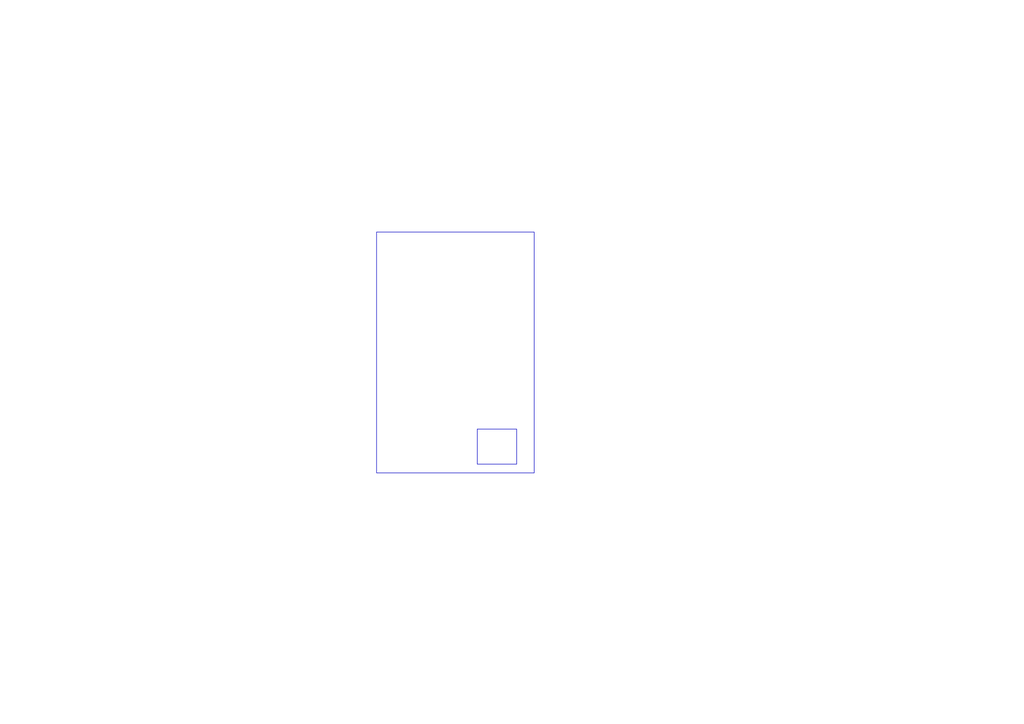
<source format=kicad_sch>
(kicad_sch
	(version 20231120)
	(generator "eeschema")
	(generator_version "8.0")
	(uuid "172968f0-9dae-435e-96f7-50cedd4a4990")
	(paper "A4")
	(lib_symbols)
	(rectangle
		(start 109.22 67.31)
		(end 154.94 137.16)
		(stroke
			(width 0)
			(type default)
		)
		(fill
			(type none)
		)
		(uuid ba617b27-1d8c-49a6-a813-1aa907b77aad)
	)
	(rectangle
		(start 138.43 124.46)
		(end 149.86 134.62)
		(stroke
			(width 0)
			(type default)
		)
		(fill
			(type none)
		)
		(uuid d28cbc90-6c72-4eea-a3d6-c393c49ba028)
	)
)

</source>
